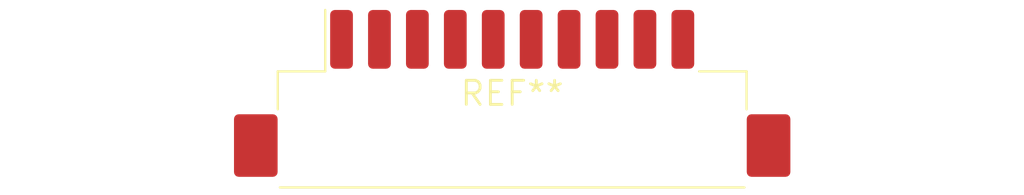
<source format=kicad_pcb>
(kicad_pcb (version 20240108) (generator pcbnew)
  (layers (0 "F.Cu" signal) (31 "B.Cu" signal) (34 "B.Paste" user) (35 "F.Paste" user) (36 "B.SilkS" user "B.Silkscreen") (37 "F.SilkS" user "F.Silkscreen") (38 "B.Mask" user) (39 "F.Mask" user) (44 "Edge.Cuts" user))
  (net 0 "")
  (footprint "Hirose_DF3EA-10P-2H_1x10-1MP_P2.00mm_Horizontal" (layer "F.Cu") (at 0 0)
    (property "Reference" "REF**")
    (property "Value" "Hirose_DF3EA-10P-2H_1x10-1MP_P2.00mm_Horizontal")
    (fp_line (start -12.36 -1.16) (end -9.86 -1.16) (layer "F.SilkS") (stroke (width 0.12)))
    (fp_line (start -12.36 0.84) (end -12.36 -1.16) (layer "F.SilkS") (stroke (width 0.12)))
    (fp_line (start -12.25 4.96) (end 12.25 4.96) (layer "F.SilkS") (stroke (width 0.12)))
    (fp_line (start -9.86 -1.16) (end -9.86 -4.4) (layer "F.SilkS") (stroke (width 0.12)))
    (fp_line (start 12.36 -1.16) (end 9.86 -1.16) (layer "F.SilkS") (stroke (width 0.12)))
    (fp_line (start 12.36 0.84) (end 12.36 -1.16) (layer "F.SilkS") (stroke (width 0.12)))
    (pad "1" smd roundrect (at -9 -2.85) (size 1.2 3.1) (layers "F.Cu" "F.Paste" "F.Mask") (roundrect_rratio 0.208333))
    (pad "2" smd roundrect (at -7 -2.85) (size 1.2 3.1) (layers "F.Cu" "F.Paste" "F.Mask") (roundrect_rratio 0.208333))
    (pad "3" smd roundrect (at -5 -2.85) (size 1.2 3.1) (layers "F.Cu" "F.Paste" "F.Mask") (roundrect_rratio 0.208333))
    (pad "4" smd roundrect (at -3 -2.85) (size 1.2 3.1) (layers "F.Cu" "F.Paste" "F.Mask") (roundrect_rratio 0.208333))
    (pad "5" smd roundrect (at -1 -2.85) (size 1.2 3.1) (layers "F.Cu" "F.Paste" "F.Mask") (roundrect_rratio 0.208333))
    (pad "6" smd roundrect (at 1 -2.85) (size 1.2 3.1) (layers "F.Cu" "F.Paste" "F.Mask") (roundrect_rratio 0.208333))
    (pad "7" smd roundrect (at 3 -2.85) (size 1.2 3.1) (layers "F.Cu" "F.Paste" "F.Mask") (roundrect_rratio 0.208333))
    (pad "8" smd roundrect (at 5 -2.85) (size 1.2 3.1) (layers "F.Cu" "F.Paste" "F.Mask") (roundrect_rratio 0.208333))
    (pad "9" smd roundrect (at 7 -2.85) (size 1.2 3.1) (layers "F.Cu" "F.Paste" "F.Mask") (roundrect_rratio 0.208333))
    (pad "10" smd roundrect (at 9 -2.85) (size 1.2 3.1) (layers "F.Cu" "F.Paste" "F.Mask") (roundrect_rratio 0.208333))
    (pad "MP" smd roundrect (at -13.52 2.75) (size 2.3 3.3) (layers "F.Cu" "F.Paste" "F.Mask") (roundrect_rratio 0.108696))
    (pad "MP" smd roundrect (at 13.52 2.75) (size 2.3 3.3) (layers "F.Cu" "F.Paste" "F.Mask") (roundrect_rratio 0.108696))
  )
)
</source>
